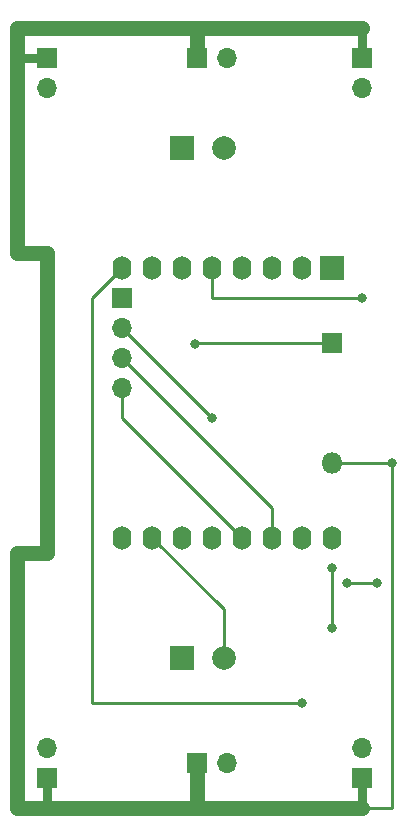
<source format=gbr>
%TF.GenerationSoftware,KiCad,Pcbnew,5.1.7-a382d34a8~88~ubuntu18.04.1*%
%TF.CreationDate,2021-04-15T09:54:52+03:00*%
%TF.ProjectId,quadimodo_pcb,71756164-696d-46f6-946f-5f7063622e6b,rev?*%
%TF.SameCoordinates,Original*%
%TF.FileFunction,Copper,L2,Bot*%
%TF.FilePolarity,Positive*%
%FSLAX46Y46*%
G04 Gerber Fmt 4.6, Leading zero omitted, Abs format (unit mm)*
G04 Created by KiCad (PCBNEW 5.1.7-a382d34a8~88~ubuntu18.04.1) date 2021-04-15 09:54:52*
%MOMM*%
%LPD*%
G01*
G04 APERTURE LIST*
%TA.AperFunction,ComponentPad*%
%ADD10O,1.700000X1.700000*%
%TD*%
%TA.AperFunction,ComponentPad*%
%ADD11R,1.700000X1.700000*%
%TD*%
%TA.AperFunction,ComponentPad*%
%ADD12O,1.600000X2.000000*%
%TD*%
%TA.AperFunction,ComponentPad*%
%ADD13R,2.000000X2.000000*%
%TD*%
%TA.AperFunction,ComponentPad*%
%ADD14C,2.000000*%
%TD*%
%TA.AperFunction,ComponentPad*%
%ADD15O,1.800000X1.800000*%
%TD*%
%TA.AperFunction,ComponentPad*%
%ADD16R,1.800000X1.800000*%
%TD*%
%TA.AperFunction,ViaPad*%
%ADD17C,0.800000*%
%TD*%
%TA.AperFunction,Conductor*%
%ADD18C,0.250000*%
%TD*%
%TA.AperFunction,Conductor*%
%ADD19C,0.780000*%
%TD*%
%TA.AperFunction,Conductor*%
%ADD20C,1.270000*%
%TD*%
G04 APERTURE END LIST*
D10*
%TO.P,J7,2*%
%TO.N,GND*%
X44450000Y-29210000D03*
D11*
%TO.P,J7,1*%
%TO.N,Net-(C4-Pad2)*%
X41910000Y-29210000D03*
%TD*%
D12*
%TO.P,U1,16*%
%TO.N,Net-(U1-Pad16)*%
X53340000Y-69850000D03*
%TO.P,U1,15*%
%TO.N,Net-(U1-Pad15)*%
X50800000Y-69850000D03*
%TO.P,U1,14*%
%TO.N,Net-(J2-Pad3)*%
X48260000Y-69850000D03*
%TO.P,U1,13*%
%TO.N,Net-(J2-Pad4)*%
X45720000Y-69850000D03*
%TO.P,U1,12*%
%TO.N,Net-(J2-Pad2)*%
X43180000Y-69850000D03*
%TO.P,U1,11*%
%TO.N,Net-(U1-Pad11)*%
X40640000Y-69850000D03*
%TO.P,U1,10*%
%TO.N,GND*%
X38100000Y-69850000D03*
%TO.P,U1,9*%
%TO.N,Net-(C1-Pad1)*%
X35560000Y-69850000D03*
%TO.P,U1,8*%
%TO.N,Net-(J2-Pad1)*%
X35560000Y-46990000D03*
%TO.P,U1,7*%
%TO.N,Net-(R4-Pad2)*%
X38100000Y-46990000D03*
%TO.P,U1,6*%
%TO.N,Net-(R7-Pad2)*%
X40640000Y-46990000D03*
%TO.P,U1,5*%
%TO.N,Net-(R1-Pad2)*%
X43180000Y-46990000D03*
%TO.P,U1,4*%
%TO.N,Net-(R3-Pad2)*%
X45720000Y-46990000D03*
%TO.P,U1,3*%
%TO.N,Net-(U1-Pad3)*%
X48260000Y-46990000D03*
D13*
%TO.P,U1,1*%
%TO.N,Net-(U1-Pad1)*%
X53340000Y-46990000D03*
D12*
%TO.P,U1,2*%
%TO.N,Net-(U1-Pad2)*%
X50800000Y-46990000D03*
%TD*%
D14*
%TO.P,C1,2*%
%TO.N,GND*%
X44140000Y-36830000D03*
D13*
%TO.P,C1,1*%
%TO.N,Net-(C1-Pad1)*%
X40640000Y-36830000D03*
%TD*%
D10*
%TO.P,J6,2*%
%TO.N,Net-(C7-Pad1)*%
X29210000Y-31750000D03*
D11*
%TO.P,J6,1*%
%TO.N,Net-(C4-Pad2)*%
X29210000Y-29210000D03*
%TD*%
D10*
%TO.P,J5,2*%
%TO.N,Net-(C6-Pad1)*%
X29210000Y-87630000D03*
D11*
%TO.P,J5,1*%
%TO.N,Net-(C4-Pad2)*%
X29210000Y-90170000D03*
%TD*%
D10*
%TO.P,J4,2*%
%TO.N,Net-(C5-Pad1)*%
X55880000Y-31750000D03*
D11*
%TO.P,J4,1*%
%TO.N,Net-(C4-Pad2)*%
X55880000Y-29210000D03*
%TD*%
D10*
%TO.P,J3,2*%
%TO.N,Net-(C4-Pad1)*%
X55880000Y-87630000D03*
D11*
%TO.P,J3,1*%
%TO.N,Net-(C4-Pad2)*%
X55880000Y-90170000D03*
%TD*%
D10*
%TO.P,J2,4*%
%TO.N,Net-(J2-Pad4)*%
X35560000Y-57150000D03*
%TO.P,J2,3*%
%TO.N,Net-(J2-Pad3)*%
X35560000Y-54610000D03*
%TO.P,J2,2*%
%TO.N,Net-(J2-Pad2)*%
X35560000Y-52070000D03*
D11*
%TO.P,J2,1*%
%TO.N,Net-(J2-Pad1)*%
X35560000Y-49530000D03*
%TD*%
D10*
%TO.P,J1,2*%
%TO.N,GND*%
X44450000Y-88900000D03*
D11*
%TO.P,J1,1*%
%TO.N,Net-(C4-Pad2)*%
X41910000Y-88900000D03*
%TD*%
D15*
%TO.P,D1,2*%
%TO.N,Net-(C4-Pad2)*%
X53340000Y-63500000D03*
D16*
%TO.P,D1,1*%
%TO.N,Net-(C1-Pad1)*%
X53340000Y-53340000D03*
%TD*%
D14*
%TO.P,C3,2*%
%TO.N,GND*%
X44140000Y-80010000D03*
D13*
%TO.P,C3,1*%
%TO.N,Net-(C1-Pad1)*%
X40640000Y-80010000D03*
%TD*%
D17*
%TO.N,Net-(R1-Pad2)*%
X55880000Y-49530000D03*
%TO.N,Net-(C1-Pad1)*%
X41765010Y-53484990D03*
%TO.N,Net-(J2-Pad1)*%
X50800000Y-83820000D03*
%TO.N,Net-(J2-Pad2)*%
X43180000Y-59690000D03*
%TO.N,Net-(C4-Pad2)*%
X58420000Y-63500000D03*
%TO.N,Net-(R9-Pad2)*%
X53340000Y-77470000D03*
X53340000Y-72390000D03*
%TO.N,Net-(JP2-Pad2)*%
X54610000Y-73660000D03*
X57150000Y-73660000D03*
%TD*%
D18*
%TO.N,Net-(R1-Pad2)*%
X55880000Y-49530000D02*
X43180000Y-49530000D01*
X43180000Y-49530000D02*
X43180000Y-46990000D01*
%TO.N,GND*%
X44450000Y-36830000D02*
X44140000Y-36830000D01*
X44140000Y-80010000D02*
X44140000Y-79050000D01*
X44140000Y-79050000D02*
X44140000Y-77780000D01*
X44140000Y-77780000D02*
X44140000Y-75890000D01*
X44140000Y-75890000D02*
X38100000Y-69850000D01*
%TO.N,Net-(C1-Pad1)*%
X53340000Y-53340000D02*
X41910000Y-53340000D01*
X41910000Y-53340000D02*
X41765010Y-53484990D01*
%TO.N,Net-(J2-Pad4)*%
X35560000Y-57150000D02*
X35560000Y-58420000D01*
X35560000Y-59690000D02*
X45720000Y-69850000D01*
X35560000Y-57150000D02*
X35560000Y-59690000D01*
%TO.N,Net-(J2-Pad3)*%
X48260000Y-67310000D02*
X48260000Y-69850000D01*
X35560000Y-54610000D02*
X48260000Y-67310000D01*
%TO.N,Net-(J2-Pad1)*%
X33020000Y-49530000D02*
X35560000Y-46990000D01*
X50800000Y-83820000D02*
X33020000Y-83820000D01*
X33020000Y-83820000D02*
X33020000Y-49530000D01*
%TO.N,Net-(J2-Pad2)*%
X35560000Y-52070000D02*
X43180000Y-59690000D01*
D19*
%TO.N,Net-(C4-Pad2)*%
X29210000Y-90170000D02*
X29210000Y-92710000D01*
X55880000Y-92710000D02*
X55880000Y-90170000D01*
X26670000Y-29210000D02*
X29210000Y-29210000D01*
X55880000Y-26670000D02*
X55880000Y-29210000D01*
D18*
X58420000Y-92710000D02*
X55880000Y-92710000D01*
X53340000Y-63500000D02*
X58420000Y-63500000D01*
X58420000Y-63500000D02*
X58420000Y-92710000D01*
D20*
X26670000Y-26670000D02*
X26670000Y-45720000D01*
X26670000Y-45720000D02*
X29210000Y-45720000D01*
X29210000Y-45720000D02*
X29210000Y-71120000D01*
X29210000Y-71120000D02*
X26670000Y-71120000D01*
X26670000Y-71120000D02*
X26670000Y-92710000D01*
X41910000Y-88900000D02*
X41910000Y-92710000D01*
X26670000Y-92710000D02*
X41910000Y-92710000D01*
X41910000Y-92710000D02*
X55880000Y-92710000D01*
X41910000Y-29210000D02*
X41910000Y-26670000D01*
X55880000Y-26670000D02*
X41910000Y-26670000D01*
X41910000Y-26670000D02*
X26670000Y-26670000D01*
D18*
%TO.N,Net-(R9-Pad2)*%
X53340000Y-77470000D02*
X53340000Y-72390000D01*
%TO.N,Net-(JP2-Pad2)*%
X54610000Y-73660000D02*
X57150000Y-73660000D01*
%TD*%
M02*

</source>
